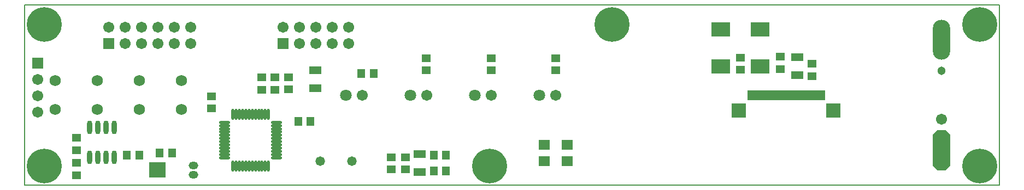
<source format=gts>
G04 Layer_Color=8388736*
%FSLAX25Y25*%
%MOIN*%
G70*
G01*
G75*
%ADD29C,0.00500*%
%ADD49R,0.05524X0.04737*%
%ADD50R,0.06706X0.05918*%
%ADD51R,0.04737X0.05524*%
%ADD52R,0.11824X0.08674*%
%ADD53R,0.10013X0.09400*%
%ADD54O,0.03162X0.08280*%
%ADD55O,0.06902X0.01784*%
%ADD56O,0.01784X0.06902*%
%ADD57R,0.07493X0.04540*%
%ADD58R,0.08674X0.08674*%
%ADD59R,0.01981X0.06312*%
G04:AMPARAMS|DCode=60|XSize=106.42mil|YSize=244.22mil|CornerRadius=0mil|HoleSize=0mil|Usage=FLASHONLY|Rotation=0.000|XOffset=0mil|YOffset=0mil|HoleType=Round|Shape=Octagon|*
%AMOCTAGOND60*
4,1,8,-0.02661,0.12211,0.02661,0.12211,0.05321,0.09550,0.05321,-0.09550,0.02661,-0.12211,-0.02661,-0.12211,-0.05321,-0.09550,-0.05321,0.09550,-0.02661,0.12211,0.0*
%
%ADD60OCTAGOND60*%

%ADD61O,0.10642X0.24422*%
%ADD62C,0.06706*%
%ADD63R,0.06706X0.06706*%
%ADD64C,0.21272*%
%ADD65R,0.06706X0.06706*%
%ADD66C,0.05800*%
%ADD67O,0.05800X0.04800*%
%ADD68C,0.07099*%
%ADD69C,0.06800*%
%ADD70C,0.05131*%
D29*
X0Y0D02*
Y110236D01*
X594488D01*
Y0D02*
Y110236D01*
X0Y0D02*
X594488D01*
D49*
X436500Y70638D02*
D03*
Y78118D02*
D03*
X160800Y66018D02*
D03*
Y58538D02*
D03*
X152650Y65918D02*
D03*
Y58438D02*
D03*
X144500Y65918D02*
D03*
Y58438D02*
D03*
X284400Y70238D02*
D03*
Y77718D02*
D03*
X323900Y70238D02*
D03*
Y77718D02*
D03*
X31600Y28818D02*
D03*
Y21338D02*
D03*
X31500Y6138D02*
D03*
Y13618D02*
D03*
X113900Y46838D02*
D03*
Y54318D02*
D03*
X244900Y70238D02*
D03*
Y77718D02*
D03*
X223600Y17018D02*
D03*
Y9538D02*
D03*
X232200Y17118D02*
D03*
Y9638D02*
D03*
X460900Y71138D02*
D03*
Y78618D02*
D03*
X480100Y66738D02*
D03*
Y74218D02*
D03*
D50*
X316709Y24606D02*
D03*
X330709D02*
D03*
Y14764D02*
D03*
X316709D02*
D03*
D51*
X256940Y8578D02*
D03*
X249460D02*
D03*
X256940Y18178D02*
D03*
X249460D02*
D03*
X62260Y18378D02*
D03*
X69740D02*
D03*
X82260Y19678D02*
D03*
X89740D02*
D03*
X166760Y38978D02*
D03*
X174240D02*
D03*
X205360Y68178D02*
D03*
X212840D02*
D03*
D52*
X424400Y72758D02*
D03*
Y95198D02*
D03*
X448700D02*
D03*
Y72758D02*
D03*
D53*
X80900Y9178D02*
D03*
D54*
X39700Y16926D02*
D03*
X44700D02*
D03*
X49700D02*
D03*
X54700D02*
D03*
X39700Y35430D02*
D03*
X44700D02*
D03*
X49700D02*
D03*
X54700D02*
D03*
D55*
X121949Y16732D02*
D03*
Y18701D02*
D03*
Y20669D02*
D03*
Y22638D02*
D03*
Y24606D02*
D03*
Y26575D02*
D03*
Y28543D02*
D03*
Y30512D02*
D03*
Y32480D02*
D03*
Y34449D02*
D03*
Y36417D02*
D03*
Y38386D02*
D03*
X153642D02*
D03*
Y36417D02*
D03*
Y34449D02*
D03*
Y32480D02*
D03*
Y30512D02*
D03*
Y28543D02*
D03*
Y26575D02*
D03*
Y24606D02*
D03*
Y22638D02*
D03*
Y20669D02*
D03*
Y18701D02*
D03*
Y16732D02*
D03*
D56*
X126969Y43406D02*
D03*
X128937D02*
D03*
X130906D02*
D03*
X132874D02*
D03*
X134843D02*
D03*
X136811D02*
D03*
X138780D02*
D03*
X140748D02*
D03*
X142717D02*
D03*
X144685D02*
D03*
X146654D02*
D03*
X148622D02*
D03*
Y11713D02*
D03*
X146654D02*
D03*
X144685D02*
D03*
X142717D02*
D03*
X140748D02*
D03*
X138780D02*
D03*
X136811D02*
D03*
X134843D02*
D03*
X132874D02*
D03*
X130906D02*
D03*
X128937D02*
D03*
X126969D02*
D03*
D57*
X177300Y59166D02*
D03*
Y70190D02*
D03*
X240800Y7866D02*
D03*
Y18890D02*
D03*
X471200Y67366D02*
D03*
Y78390D02*
D03*
D58*
X493105Y45518D02*
D03*
X435605D02*
D03*
D59*
X483268Y55118D02*
D03*
X485236D02*
D03*
X487205D02*
D03*
X473425D02*
D03*
X475394D02*
D03*
X477362D02*
D03*
X479331D02*
D03*
X481299D02*
D03*
X463583D02*
D03*
X465551D02*
D03*
X467520D02*
D03*
X469488D02*
D03*
X471457D02*
D03*
X453740D02*
D03*
X455709D02*
D03*
X457677D02*
D03*
X459646D02*
D03*
X461614D02*
D03*
X451772D02*
D03*
X449803D02*
D03*
X447835D02*
D03*
X445866D02*
D03*
X443898D02*
D03*
X441929D02*
D03*
D60*
X559055Y21253D02*
D03*
D61*
Y88970D02*
D03*
D62*
X7874Y44803D02*
D03*
Y54803D02*
D03*
Y64803D02*
D03*
X157480Y96614D02*
D03*
X167480Y86614D02*
D03*
Y96614D02*
D03*
X177480Y86614D02*
D03*
Y96614D02*
D03*
X187480Y86614D02*
D03*
Y96614D02*
D03*
X197480Y86614D02*
D03*
Y96614D02*
D03*
X51181D02*
D03*
X61181Y86614D02*
D03*
Y96614D02*
D03*
X71181Y86614D02*
D03*
Y96614D02*
D03*
X81181Y86614D02*
D03*
Y96614D02*
D03*
X91181Y86614D02*
D03*
Y96614D02*
D03*
X101181Y86614D02*
D03*
Y96614D02*
D03*
X323898Y55118D02*
D03*
X284528D02*
D03*
X245158D02*
D03*
X205787D02*
D03*
X559154Y40348D02*
D03*
D63*
X7874Y74803D02*
D03*
D64*
X11811Y98425D02*
D03*
Y11811D02*
D03*
X358268Y98425D02*
D03*
X283465Y11811D02*
D03*
X582677Y98425D02*
D03*
Y11811D02*
D03*
D65*
X157480Y86614D02*
D03*
X51181D02*
D03*
D66*
X180200Y14778D02*
D03*
X199413D02*
D03*
D67*
X102900Y12078D02*
D03*
Y6478D02*
D03*
D68*
X313898Y55118D02*
D03*
X274528D02*
D03*
X235158D02*
D03*
X195788D02*
D03*
D69*
X44296Y46218D02*
D03*
X18696D02*
D03*
X44296Y63918D02*
D03*
X18696D02*
D03*
X95477Y46218D02*
D03*
X69877D02*
D03*
X95477Y63918D02*
D03*
X69877D02*
D03*
D70*
X559055Y69876D02*
D03*
M02*

</source>
